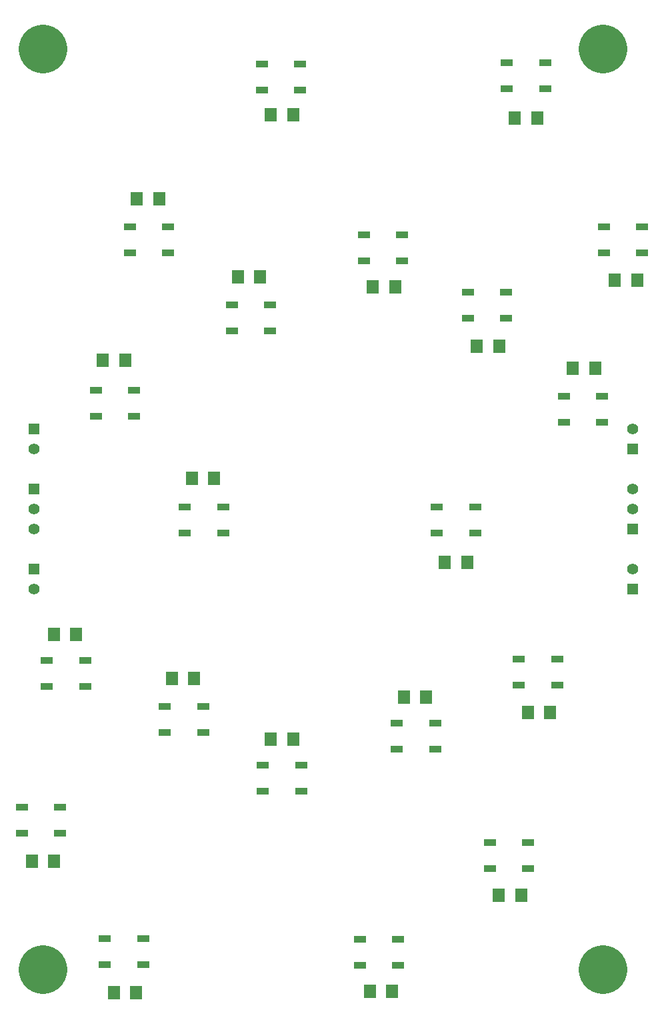
<source format=gts>
G04 ( created by brdgerber.py ( brdgerber.py v0.1 2014-03-12 ) ) date 2020-10-08 04:24:02 EDT*
G04 Gerber Fmt 3.4, Leading zero omitted, Abs format*
%MOIN*%
%FSLAX34Y34*%
G01*
G70*
G90*
G04 APERTURE LIST*
%ADD11C,0.0550*%
%ADD12C,0.2440*%
%ADD10R,0.0550X0.0550*%
%ADD13R,0.0590X0.0354*%
%ADD14R,0.0629X0.0709*%
G04 APERTURE END LIST*
G54D11*
D10*
X01550Y-15000D03*
D11*
X01550Y-16000D03*
D10*
X31500Y-16000D03*
D11*
X31500Y-15000D03*
D12*
G01X02000Y-42000D02*
G01X02000Y-42000D01*
D10*
X31500Y-23000D03*
D11*
X31500Y-22000D03*
D10*
X31500Y-20000D03*
D11*
X31500Y-19000D03*
D11*
X31500Y-18000D03*
D10*
X01550Y-22000D03*
D11*
X01550Y-23000D03*
D10*
X01550Y-18000D03*
D11*
X01550Y-19000D03*
D11*
X01550Y-20000D03*
D13*
X12936Y03249D03*
D13*
X12936Y01951D03*
D13*
X14864Y03249D03*
D13*
X14864Y01951D03*
D14*
X13391Y00700D03*
D14*
X14509Y00700D03*
D13*
X17836Y-40501D03*
D13*
X17836Y-41799D03*
D13*
X19764Y-40501D03*
D13*
X19764Y-41799D03*
D13*
X25186Y03299D03*
D13*
X25186Y02001D03*
D13*
X27114Y03299D03*
D13*
X27114Y02001D03*
D13*
X24336Y-35651D03*
D13*
X24336Y-36949D03*
D13*
X26264Y-35651D03*
D13*
X26264Y-36949D03*
D13*
X30036Y-04901D03*
D13*
X30036Y-06199D03*
D13*
X31964Y-04901D03*
D13*
X31964Y-06199D03*
D13*
X29964Y-14649D03*
D13*
X29964Y-13351D03*
D13*
X28036Y-14649D03*
D13*
X28036Y-13351D03*
D13*
X25786Y-26501D03*
D13*
X25786Y-27799D03*
D13*
X27714Y-26501D03*
D13*
X27714Y-27799D03*
D13*
X05086Y-40451D03*
D13*
X05086Y-41749D03*
D13*
X07014Y-40451D03*
D13*
X07014Y-41749D03*
D13*
X00936Y-33901D03*
D13*
X00936Y-35199D03*
D13*
X02864Y-33901D03*
D13*
X02864Y-35199D03*
D13*
X04114Y-27849D03*
D13*
X04114Y-26551D03*
D13*
X02186Y-27849D03*
D13*
X02186Y-26551D03*
D13*
X06564Y-14349D03*
D13*
X06564Y-13051D03*
D13*
X04636Y-14349D03*
D13*
X04636Y-13051D03*
D13*
X08264Y-06199D03*
D13*
X08264Y-04901D03*
D13*
X06336Y-06199D03*
D13*
X06336Y-04901D03*
D13*
X11014Y-20199D03*
D13*
X11014Y-18901D03*
D13*
X09086Y-20199D03*
D13*
X09086Y-18901D03*
D13*
X21686Y-18901D03*
D13*
X21686Y-20199D03*
D13*
X23614Y-18901D03*
D13*
X23614Y-20199D03*
D13*
X13364Y-10099D03*
D13*
X13364Y-08801D03*
D13*
X11436Y-10099D03*
D13*
X11436Y-08801D03*
D13*
X23236Y-08151D03*
D13*
X23236Y-09449D03*
D13*
X25164Y-08151D03*
D13*
X25164Y-09449D03*
D13*
X21614Y-30999D03*
D13*
X21614Y-29701D03*
D13*
X19686Y-30999D03*
D13*
X19686Y-29701D03*
D13*
X14914Y-33099D03*
D13*
X14914Y-31801D03*
D13*
X12986Y-33099D03*
D13*
X12986Y-31801D03*
D13*
X10014Y-30149D03*
D13*
X10014Y-28851D03*
D13*
X08086Y-30149D03*
D13*
X08086Y-28851D03*
D14*
X25591Y00550D03*
D14*
X26709Y00550D03*
D14*
X30591Y-07550D03*
D14*
X31709Y-07550D03*
D14*
X29609Y-11950D03*
D14*
X28491Y-11950D03*
D14*
X26241Y-29150D03*
D14*
X27359Y-29150D03*
D14*
X24791Y-38300D03*
D14*
X25909Y-38300D03*
D14*
X18341Y-43100D03*
D14*
X19459Y-43100D03*
D14*
X05541Y-43150D03*
D14*
X06659Y-43150D03*
D14*
X01441Y-36600D03*
D14*
X02559Y-36600D03*
D14*
X03659Y-25250D03*
D14*
X02541Y-25250D03*
D14*
X06109Y-11550D03*
D14*
X04991Y-11550D03*
D14*
X07809Y-03500D03*
D14*
X06691Y-03500D03*
D14*
X12859Y-07400D03*
D14*
X11741Y-07400D03*
D14*
X18491Y-07900D03*
D14*
X19609Y-07900D03*
D14*
X23691Y-10850D03*
D14*
X24809Y-10850D03*
D14*
X10559Y-17450D03*
D14*
X09441Y-17450D03*
D14*
X22091Y-21650D03*
D14*
X23209Y-21650D03*
D14*
X21159Y-28400D03*
D14*
X20041Y-28400D03*
D14*
X14509Y-30500D03*
D14*
X13391Y-30500D03*
D14*
X09559Y-27450D03*
D14*
X08441Y-27450D03*
D13*
X18036Y-05301D03*
D13*
X18036Y-06599D03*
D13*
X19964Y-05301D03*
D13*
X19964Y-06599D03*
D12*
G01X30000Y04000D02*
G01X30000Y04000D01*
D12*
G01X30000Y-42000D02*
G01X30000Y-42000D01*
D12*
G01X02000Y04000D02*
G01X02000Y04000D01*
M02*

</source>
